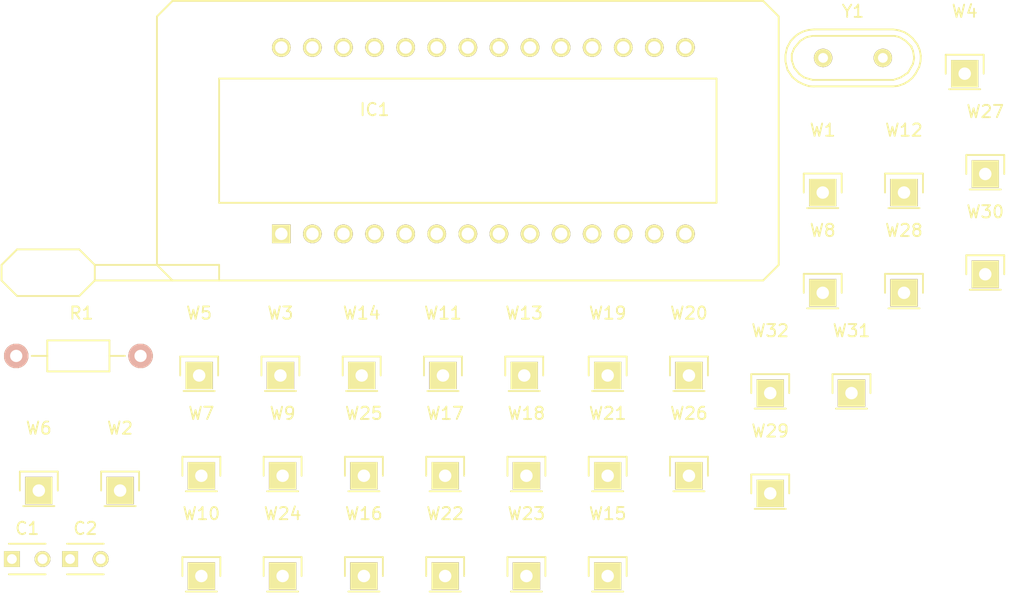
<source format=kicad_pcb>
(kicad_pcb (version 4) (host pcbnew 4.0.2-stable)

  (general
    (links 19)
    (no_connects 19)
    (area 0 0 0 0)
    (thickness 1.6)
    (drawings 0)
    (tracks 0)
    (zones 0)
    (modules 37)
    (nets 50)
  )

  (page A4)
  (layers
    (0 F.Cu signal)
    (31 B.Cu signal)
    (32 B.Adhes user)
    (33 F.Adhes user)
    (34 B.Paste user)
    (35 F.Paste user)
    (36 B.SilkS user)
    (37 F.SilkS user)
    (38 B.Mask user)
    (39 F.Mask user)
    (40 Dwgs.User user)
    (41 Cmts.User user)
    (42 Eco1.User user)
    (43 Eco2.User user)
    (44 Edge.Cuts user)
    (45 Margin user)
    (46 B.CrtYd user)
    (47 F.CrtYd user)
    (48 B.Fab user)
    (49 F.Fab user)
  )

  (setup
    (last_trace_width 0.25)
    (trace_clearance 0.2)
    (zone_clearance 0.508)
    (zone_45_only no)
    (trace_min 0.2)
    (segment_width 0.2)
    (edge_width 0.15)
    (via_size 0.6)
    (via_drill 0.4)
    (via_min_size 0.4)
    (via_min_drill 0.3)
    (uvia_size 0.3)
    (uvia_drill 0.1)
    (uvias_allowed no)
    (uvia_min_size 0.2)
    (uvia_min_drill 0.1)
    (pcb_text_width 0.3)
    (pcb_text_size 1.5 1.5)
    (mod_edge_width 0.15)
    (mod_text_size 1 1)
    (mod_text_width 0.15)
    (pad_size 1.524 1.524)
    (pad_drill 0.762)
    (pad_to_mask_clearance 0.2)
    (aux_axis_origin 0 0)
    (visible_elements FFFFFF7F)
    (pcbplotparams
      (layerselection 0x00030_80000001)
      (usegerberextensions false)
      (excludeedgelayer true)
      (linewidth 0.100000)
      (plotframeref false)
      (viasonmask false)
      (mode 1)
      (useauxorigin false)
      (hpglpennumber 1)
      (hpglpenspeed 20)
      (hpglpendiameter 15)
      (hpglpenoverlay 2)
      (psnegative false)
      (psa4output false)
      (plotreference true)
      (plotvalue true)
      (plotinvisibletext false)
      (padsonsilk false)
      (subtractmaskfromsilk false)
      (outputformat 1)
      (mirror false)
      (drillshape 1)
      (scaleselection 1)
      (outputdirectory ""))
  )

  (net 0 "")
  (net 1 GND)
  (net 2 "Net-(C1-Pad2)")
  (net 3 "Net-(C2-Pad1)")
  (net 4 10)
  (net 5 "Net-(IC1-Pad2)")
  (net 6 "Net-(IC1-Pad3)")
  (net 7 "Net-(IC1-Pad4)")
  (net 8 "Net-(IC1-Pad5)")
  (net 9 "Net-(IC1-Pad6)")
  (net 10 VCC)
  (net 11 "Net-(IC1-Pad11)")
  (net 12 "Net-(IC1-Pad12)")
  (net 13 "Net-(IC1-Pad13)")
  (net 14 "Net-(IC1-Pad14)")
  (net 15 "Net-(IC1-Pad15)")
  (net 16 "Net-(IC1-Pad16)")
  (net 17 11)
  (net 18 12)
  (net 19 13)
  (net 20 "Net-(IC1-Pad21)")
  (net 21 "Net-(IC1-Pad23)")
  (net 22 "Net-(IC1-Pad24)")
  (net 23 "Net-(IC1-Pad25)")
  (net 24 "Net-(IC1-Pad26)")
  (net 25 "Net-(IC1-Pad27)")
  (net 26 "Net-(IC1-Pad28)")
  (net 27 -)
  (net 28 IOREF)
  (net 29 REST)
  (net 30 3.3V)
  (net 31 5V)
  (net 32 VIN)
  (net 33 A0)
  (net 34 A1)
  (net 35 A2)
  (net 36 A3)
  (net 37 A4)
  (net 38 A5)
  (net 39 AREF)
  (net 40 9)
  (net 41 8)
  (net 42 7)
  (net 43 6)
  (net 44 5)
  (net 45 4)
  (net 46 3)
  (net 47 2)
  (net 48 1)
  (net 49 0)

  (net_class Default "This is the default net class."
    (clearance 0.2)
    (trace_width 0.25)
    (via_dia 0.6)
    (via_drill 0.4)
    (uvia_dia 0.3)
    (uvia_drill 0.1)
    (add_net -)
    (add_net 0)
    (add_net 1)
    (add_net 10)
    (add_net 11)
    (add_net 12)
    (add_net 13)
    (add_net 2)
    (add_net 3)
    (add_net 3.3V)
    (add_net 4)
    (add_net 5)
    (add_net 5V)
    (add_net 6)
    (add_net 7)
    (add_net 8)
    (add_net 9)
    (add_net A0)
    (add_net A1)
    (add_net A2)
    (add_net A3)
    (add_net A4)
    (add_net A5)
    (add_net AREF)
    (add_net GND)
    (add_net IOREF)
    (add_net "Net-(C1-Pad2)")
    (add_net "Net-(C2-Pad1)")
    (add_net "Net-(IC1-Pad11)")
    (add_net "Net-(IC1-Pad12)")
    (add_net "Net-(IC1-Pad13)")
    (add_net "Net-(IC1-Pad14)")
    (add_net "Net-(IC1-Pad15)")
    (add_net "Net-(IC1-Pad16)")
    (add_net "Net-(IC1-Pad2)")
    (add_net "Net-(IC1-Pad21)")
    (add_net "Net-(IC1-Pad23)")
    (add_net "Net-(IC1-Pad24)")
    (add_net "Net-(IC1-Pad25)")
    (add_net "Net-(IC1-Pad26)")
    (add_net "Net-(IC1-Pad27)")
    (add_net "Net-(IC1-Pad28)")
    (add_net "Net-(IC1-Pad3)")
    (add_net "Net-(IC1-Pad4)")
    (add_net "Net-(IC1-Pad5)")
    (add_net "Net-(IC1-Pad6)")
    (add_net REST)
    (add_net VCC)
    (add_net VIN)
  )

  (module Capacitors_ThroughHole:C_Disc_D3_P2.5 (layer F.Cu) (tedit 0) (tstamp 57B20C9B)
    (at 158.605001 117.035)
    (descr "Capacitor 3mm Disc, Pitch 2.5mm")
    (tags Capacitor)
    (path /57B0F137)
    (fp_text reference C1 (at 1.25 -2.5) (layer F.SilkS)
      (effects (font (size 1 1) (thickness 0.15)))
    )
    (fp_text value C (at 1.25 2.5) (layer F.Fab)
      (effects (font (size 1 1) (thickness 0.15)))
    )
    (fp_line (start -0.9 -1.5) (end 3.4 -1.5) (layer F.CrtYd) (width 0.05))
    (fp_line (start 3.4 -1.5) (end 3.4 1.5) (layer F.CrtYd) (width 0.05))
    (fp_line (start 3.4 1.5) (end -0.9 1.5) (layer F.CrtYd) (width 0.05))
    (fp_line (start -0.9 1.5) (end -0.9 -1.5) (layer F.CrtYd) (width 0.05))
    (fp_line (start -0.25 -1.25) (end 2.75 -1.25) (layer F.SilkS) (width 0.15))
    (fp_line (start 2.75 1.25) (end -0.25 1.25) (layer F.SilkS) (width 0.15))
    (pad 1 thru_hole rect (at 0 0) (size 1.3 1.3) (drill 0.8) (layers *.Cu *.Mask F.SilkS)
      (net 1 GND))
    (pad 2 thru_hole circle (at 2.5 0) (size 1.3 1.3) (drill 0.8001) (layers *.Cu *.Mask F.SilkS)
      (net 2 "Net-(C1-Pad2)"))
    (model Capacitors_ThroughHole.3dshapes/C_Disc_D3_P2.5.wrl
      (at (xyz 0.0492126 0 0))
      (scale (xyz 1 1 1))
      (rotate (xyz 0 0 0))
    )
  )

  (module Capacitors_ThroughHole:C_Disc_D3_P2.5 (layer F.Cu) (tedit 0) (tstamp 57B20CA7)
    (at 163.355001 117.035)
    (descr "Capacitor 3mm Disc, Pitch 2.5mm")
    (tags Capacitor)
    (path /57B0EEFC)
    (fp_text reference C2 (at 1.25 -2.5) (layer F.SilkS)
      (effects (font (size 1 1) (thickness 0.15)))
    )
    (fp_text value C (at 1.25 2.5) (layer F.Fab)
      (effects (font (size 1 1) (thickness 0.15)))
    )
    (fp_line (start -0.9 -1.5) (end 3.4 -1.5) (layer F.CrtYd) (width 0.05))
    (fp_line (start 3.4 -1.5) (end 3.4 1.5) (layer F.CrtYd) (width 0.05))
    (fp_line (start 3.4 1.5) (end -0.9 1.5) (layer F.CrtYd) (width 0.05))
    (fp_line (start -0.9 1.5) (end -0.9 -1.5) (layer F.CrtYd) (width 0.05))
    (fp_line (start -0.25 -1.25) (end 2.75 -1.25) (layer F.SilkS) (width 0.15))
    (fp_line (start 2.75 1.25) (end -0.25 1.25) (layer F.SilkS) (width 0.15))
    (pad 1 thru_hole rect (at 0 0) (size 1.3 1.3) (drill 0.8) (layers *.Cu *.Mask F.SilkS)
      (net 3 "Net-(C2-Pad1)"))
    (pad 2 thru_hole circle (at 2.5 0) (size 1.3 1.3) (drill 0.8001) (layers *.Cu *.Mask F.SilkS)
      (net 1 GND))
    (model Capacitors_ThroughHole.3dshapes/C_Disc_D3_P2.5.wrl
      (at (xyz 0.0492126 0 0))
      (scale (xyz 1 1 1))
      (rotate (xyz 0 0 0))
    )
  )

  (module ZIF:28tex600 (layer F.Cu) (tedit 57B20607) (tstamp 57B20CDE)
    (at 195.855001 84.095001)
    (descr "Support TEXTOOL Dil 28 pins, pads ronds, e=600 mils")
    (tags DEV)
    (path /57B0C60E)
    (fp_text reference IC1 (at -7.62 -3.81) (layer F.SilkS)
      (effects (font (size 1 1) (thickness 0.15)))
    )
    (fp_text value ATMEGA328P-P (at 8.89 0) (layer F.Fab)
      (effects (font (size 1 1) (thickness 0.15)))
    )
    (fp_line (start -31.75 11.43) (end -36.83 11.43) (layer F.SilkS) (width 0.15))
    (fp_line (start -31.75 7.62) (end -36.83 7.62) (layer F.SilkS) (width 0.15))
    (fp_line (start -20.32 3.81) (end 20.32 3.81) (layer F.SilkS) (width 0.15))
    (fp_line (start 20.32 3.81) (end 20.32 -6.35) (layer F.SilkS) (width 0.15))
    (fp_line (start 20.32 -6.35) (end -20.32 -6.35) (layer F.SilkS) (width 0.15))
    (fp_line (start -20.32 -6.35) (end -20.32 3.81) (layer F.SilkS) (width 0.15))
    (fp_line (start -30.48 8.89) (end -20.32 8.89) (layer F.SilkS) (width 0.15))
    (fp_line (start -20.32 8.89) (end -20.32 10.16) (layer F.SilkS) (width 0.15))
    (fp_line (start 25.4 -11.43) (end 24.13 -12.7) (layer F.SilkS) (width 0.15))
    (fp_line (start 24.13 -12.7) (end -24.13 -12.7) (layer F.SilkS) (width 0.15))
    (fp_line (start -24.13 -12.7) (end -25.4 -11.43) (layer F.SilkS) (width 0.15))
    (fp_line (start -25.4 -11.43) (end -25.4 8.89) (layer F.SilkS) (width 0.15))
    (fp_line (start -25.4 8.89) (end -24.13 10.16) (layer F.SilkS) (width 0.15))
    (fp_line (start -24.13 10.16) (end 24.13 10.16) (layer F.SilkS) (width 0.15))
    (fp_line (start 24.13 10.16) (end 25.4 8.89) (layer F.SilkS) (width 0.15))
    (fp_line (start 25.4 8.89) (end 25.4 -11.43) (layer F.SilkS) (width 0.15))
    (fp_line (start -30.48 10.16) (end -24.13 10.16) (layer F.SilkS) (width 0.15))
    (fp_line (start -30.48 10.16) (end -30.48 8.89) (layer F.SilkS) (width 0.15))
    (fp_line (start -30.48 8.89) (end -31.75 7.62) (layer F.SilkS) (width 0.15))
    (fp_line (start -36.83 7.62) (end -38.1 8.89) (layer F.SilkS) (width 0.15))
    (fp_line (start -38.1 8.89) (end -38.1 10.16) (layer F.SilkS) (width 0.15))
    (fp_line (start -38.1 10.16) (end -36.83 11.43) (layer F.SilkS) (width 0.15))
    (fp_line (start -31.75 11.43) (end -30.48 10.16) (layer F.SilkS) (width 0.15))
    (pad 1 thru_hole rect (at -15.24 6.35) (size 1.524 1.524) (drill 1.016) (layers *.Cu *.Mask F.SilkS)
      (net 4 10))
    (pad 2 thru_hole circle (at -12.7 6.35) (size 1.524 1.524) (drill 1.016) (layers *.Cu *.Mask F.SilkS)
      (net 5 "Net-(IC1-Pad2)"))
    (pad 3 thru_hole circle (at -10.16 6.35) (size 1.524 1.524) (drill 1.016) (layers *.Cu *.Mask F.SilkS)
      (net 6 "Net-(IC1-Pad3)"))
    (pad 4 thru_hole circle (at -7.62 6.35) (size 1.524 1.524) (drill 1.016) (layers *.Cu *.Mask F.SilkS)
      (net 7 "Net-(IC1-Pad4)"))
    (pad 5 thru_hole circle (at -5.08 6.35) (size 1.524 1.524) (drill 1.016) (layers *.Cu *.Mask F.SilkS)
      (net 8 "Net-(IC1-Pad5)"))
    (pad 6 thru_hole circle (at -2.54 6.35) (size 1.524 1.524) (drill 1.016) (layers *.Cu *.Mask F.SilkS)
      (net 9 "Net-(IC1-Pad6)"))
    (pad 7 thru_hole circle (at 0 6.35) (size 1.524 1.524) (drill 1.016) (layers *.Cu *.Mask F.SilkS)
      (net 10 VCC))
    (pad 8 thru_hole circle (at 2.54 6.35) (size 1.524 1.524) (drill 1.016) (layers *.Cu *.Mask F.SilkS)
      (net 1 GND))
    (pad 9 thru_hole circle (at 5.08 6.35) (size 1.524 1.524) (drill 1.016) (layers *.Cu *.Mask F.SilkS)
      (net 2 "Net-(C1-Pad2)"))
    (pad 10 thru_hole circle (at 7.62 6.35) (size 1.524 1.524) (drill 1.016) (layers *.Cu *.Mask F.SilkS)
      (net 3 "Net-(C2-Pad1)"))
    (pad 11 thru_hole circle (at 10.16 6.35) (size 1.524 1.524) (drill 1.016) (layers *.Cu *.Mask F.SilkS)
      (net 11 "Net-(IC1-Pad11)"))
    (pad 12 thru_hole circle (at 12.7 6.35) (size 1.524 1.524) (drill 1.016) (layers *.Cu *.Mask F.SilkS)
      (net 12 "Net-(IC1-Pad12)"))
    (pad 13 thru_hole circle (at 15.24 6.35) (size 1.524 1.524) (drill 1.016) (layers *.Cu *.Mask F.SilkS)
      (net 13 "Net-(IC1-Pad13)"))
    (pad 14 thru_hole circle (at 17.78 6.35) (size 1.524 1.524) (drill 1.016) (layers *.Cu *.Mask F.SilkS)
      (net 14 "Net-(IC1-Pad14)"))
    (pad 15 thru_hole circle (at 17.78 -8.89) (size 1.524 1.524) (drill 1.016) (layers *.Cu *.Mask F.SilkS)
      (net 15 "Net-(IC1-Pad15)"))
    (pad 16 thru_hole circle (at 15.24 -8.89) (size 1.524 1.524) (drill 1.016) (layers *.Cu *.Mask F.SilkS)
      (net 16 "Net-(IC1-Pad16)"))
    (pad 17 thru_hole circle (at 12.7 -8.89) (size 1.524 1.524) (drill 1.016) (layers *.Cu *.Mask F.SilkS)
      (net 17 11))
    (pad 18 thru_hole circle (at 10.16 -8.89) (size 1.524 1.524) (drill 1.016) (layers *.Cu *.Mask F.SilkS)
      (net 18 12))
    (pad 19 thru_hole circle (at 7.62 -8.89) (size 1.524 1.524) (drill 1.016) (layers *.Cu *.Mask F.SilkS)
      (net 19 13))
    (pad 20 thru_hole circle (at 5.08 -8.89) (size 1.524 1.524) (drill 1.016) (layers *.Cu *.Mask F.SilkS)
      (net 10 VCC))
    (pad 21 thru_hole circle (at 2.54 -8.89) (size 1.524 1.524) (drill 1.016) (layers *.Cu *.Mask F.SilkS)
      (net 20 "Net-(IC1-Pad21)"))
    (pad 22 thru_hole circle (at 0 -8.89) (size 1.524 1.524) (drill 1.016) (layers *.Cu *.Mask F.SilkS)
      (net 1 GND))
    (pad 23 thru_hole circle (at -2.54 -8.89) (size 1.524 1.524) (drill 1.016) (layers *.Cu *.Mask F.SilkS)
      (net 21 "Net-(IC1-Pad23)"))
    (pad 24 thru_hole circle (at -5.08 -8.89) (size 1.524 1.524) (drill 1.016) (layers *.Cu *.Mask F.SilkS)
      (net 22 "Net-(IC1-Pad24)"))
    (pad 25 thru_hole circle (at -7.62 -8.89) (size 1.524 1.524) (drill 1.016) (layers *.Cu *.Mask F.SilkS)
      (net 23 "Net-(IC1-Pad25)"))
    (pad 26 thru_hole circle (at -10.16 -8.89) (size 1.524 1.524) (drill 1.016) (layers *.Cu *.Mask F.SilkS)
      (net 24 "Net-(IC1-Pad26)"))
    (pad 27 thru_hole circle (at -12.7 -8.89) (size 1.524 1.524) (drill 1.016) (layers *.Cu *.Mask F.SilkS)
      (net 25 "Net-(IC1-Pad27)"))
    (pad 28 thru_hole circle (at -15.24 -8.89) (size 1.524 1.524) (drill 1.016) (layers *.Cu *.Mask F.SilkS)
      (net 26 "Net-(IC1-Pad28)"))
  )

  (module Resistors_ThroughHole:Resistor_Horizontal_RM10mm (layer F.Cu) (tedit 56648415) (tstamp 57B20CEE)
    (at 158.955001 100.42512)
    (descr "Resistor, Axial,  RM 10mm, 1/3W")
    (tags "Resistor Axial RM 10mm 1/3W")
    (path /57B0C849)
    (fp_text reference R1 (at 5.32892 -3.50012) (layer F.SilkS)
      (effects (font (size 1 1) (thickness 0.15)))
    )
    (fp_text value R (at 5.08 3.81) (layer F.Fab)
      (effects (font (size 1 1) (thickness 0.15)))
    )
    (fp_line (start -1.25 -1.5) (end 11.4 -1.5) (layer F.CrtYd) (width 0.05))
    (fp_line (start -1.25 1.5) (end -1.25 -1.5) (layer F.CrtYd) (width 0.05))
    (fp_line (start 11.4 -1.5) (end 11.4 1.5) (layer F.CrtYd) (width 0.05))
    (fp_line (start -1.25 1.5) (end 11.4 1.5) (layer F.CrtYd) (width 0.05))
    (fp_line (start 2.54 -1.27) (end 7.62 -1.27) (layer F.SilkS) (width 0.15))
    (fp_line (start 7.62 -1.27) (end 7.62 1.27) (layer F.SilkS) (width 0.15))
    (fp_line (start 7.62 1.27) (end 2.54 1.27) (layer F.SilkS) (width 0.15))
    (fp_line (start 2.54 1.27) (end 2.54 -1.27) (layer F.SilkS) (width 0.15))
    (fp_line (start 2.54 0) (end 1.27 0) (layer F.SilkS) (width 0.15))
    (fp_line (start 7.62 0) (end 8.89 0) (layer F.SilkS) (width 0.15))
    (pad 1 thru_hole circle (at 0 0) (size 1.99898 1.99898) (drill 1.00076) (layers *.Cu *.SilkS *.Mask)
      (net 4 10))
    (pad 2 thru_hole circle (at 10.16 0) (size 1.99898 1.99898) (drill 1.00076) (layers *.Cu *.SilkS *.Mask)
      (net 10 VCC))
    (model Resistors_ThroughHole.3dshapes/Resistor_Horizontal_RM10mm.wrl
      (at (xyz 0.2 0 0))
      (scale (xyz 0.4 0.4 0.4))
      (rotate (xyz 0 0 0))
    )
  )

  (module Pin_Headers:Pin_Header_Straight_1x01 (layer F.Cu) (tedit 54EA08DC) (tstamp 57B20CFB)
    (at 224.852619 87.065)
    (descr "Through hole pin header")
    (tags "pin header")
    (path /57B1F158)
    (fp_text reference W1 (at 0 -5.1) (layer F.SilkS)
      (effects (font (size 1 1) (thickness 0.15)))
    )
    (fp_text value TEST_1P (at 0 -3.1) (layer F.Fab)
      (effects (font (size 1 1) (thickness 0.15)))
    )
    (fp_line (start 1.55 -1.55) (end 1.55 0) (layer F.SilkS) (width 0.15))
    (fp_line (start -1.75 -1.75) (end -1.75 1.75) (layer F.CrtYd) (width 0.05))
    (fp_line (start 1.75 -1.75) (end 1.75 1.75) (layer F.CrtYd) (width 0.05))
    (fp_line (start -1.75 -1.75) (end 1.75 -1.75) (layer F.CrtYd) (width 0.05))
    (fp_line (start -1.75 1.75) (end 1.75 1.75) (layer F.CrtYd) (width 0.05))
    (fp_line (start -1.55 0) (end -1.55 -1.55) (layer F.SilkS) (width 0.15))
    (fp_line (start -1.55 -1.55) (end 1.55 -1.55) (layer F.SilkS) (width 0.15))
    (fp_line (start -1.27 1.27) (end 1.27 1.27) (layer F.SilkS) (width 0.15))
    (pad 1 thru_hole rect (at 0 0) (size 2.2352 2.2352) (drill 1.016) (layers *.Cu *.Mask F.SilkS)
      (net 27 -))
    (model Pin_Headers.3dshapes/Pin_Header_Straight_1x01.wrl
      (at (xyz 0 0 0))
      (scale (xyz 1 1 1))
      (rotate (xyz 0 0 90))
    )
  )

  (module Pin_Headers:Pin_Header_Straight_1x01 (layer F.Cu) (tedit 54EA08DC) (tstamp 57B20D08)
    (at 167.442619 111.435)
    (descr "Through hole pin header")
    (tags "pin header")
    (path /57B1F152)
    (fp_text reference W2 (at 0 -5.1) (layer F.SilkS)
      (effects (font (size 1 1) (thickness 0.15)))
    )
    (fp_text value TEST_1P (at 0 -3.1) (layer F.Fab)
      (effects (font (size 1 1) (thickness 0.15)))
    )
    (fp_line (start 1.55 -1.55) (end 1.55 0) (layer F.SilkS) (width 0.15))
    (fp_line (start -1.75 -1.75) (end -1.75 1.75) (layer F.CrtYd) (width 0.05))
    (fp_line (start 1.75 -1.75) (end 1.75 1.75) (layer F.CrtYd) (width 0.05))
    (fp_line (start -1.75 -1.75) (end 1.75 -1.75) (layer F.CrtYd) (width 0.05))
    (fp_line (start -1.75 1.75) (end 1.75 1.75) (layer F.CrtYd) (width 0.05))
    (fp_line (start -1.55 0) (end -1.55 -1.55) (layer F.SilkS) (width 0.15))
    (fp_line (start -1.55 -1.55) (end 1.55 -1.55) (layer F.SilkS) (width 0.15))
    (fp_line (start -1.27 1.27) (end 1.27 1.27) (layer F.SilkS) (width 0.15))
    (pad 1 thru_hole rect (at 0 0) (size 2.2352 2.2352) (drill 1.016) (layers *.Cu *.Mask F.SilkS)
      (net 28 IOREF))
    (model Pin_Headers.3dshapes/Pin_Header_Straight_1x01.wrl
      (at (xyz 0 0 0))
      (scale (xyz 1 1 1))
      (rotate (xyz 0 0 90))
    )
  )

  (module Pin_Headers:Pin_Header_Straight_1x01 (layer F.Cu) (tedit 54EA08DC) (tstamp 57B20D15)
    (at 180.542619 102.025)
    (descr "Through hole pin header")
    (tags "pin header")
    (path /57B1F14A)
    (fp_text reference W3 (at 0 -5.1) (layer F.SilkS)
      (effects (font (size 1 1) (thickness 0.15)))
    )
    (fp_text value TEST_1P (at 0 -3.1) (layer F.Fab)
      (effects (font (size 1 1) (thickness 0.15)))
    )
    (fp_line (start 1.55 -1.55) (end 1.55 0) (layer F.SilkS) (width 0.15))
    (fp_line (start -1.75 -1.75) (end -1.75 1.75) (layer F.CrtYd) (width 0.05))
    (fp_line (start 1.75 -1.75) (end 1.75 1.75) (layer F.CrtYd) (width 0.05))
    (fp_line (start -1.75 -1.75) (end 1.75 -1.75) (layer F.CrtYd) (width 0.05))
    (fp_line (start -1.75 1.75) (end 1.75 1.75) (layer F.CrtYd) (width 0.05))
    (fp_line (start -1.55 0) (end -1.55 -1.55) (layer F.SilkS) (width 0.15))
    (fp_line (start -1.55 -1.55) (end 1.55 -1.55) (layer F.SilkS) (width 0.15))
    (fp_line (start -1.27 1.27) (end 1.27 1.27) (layer F.SilkS) (width 0.15))
    (pad 1 thru_hole rect (at 0 0) (size 2.2352 2.2352) (drill 1.016) (layers *.Cu *.Mask F.SilkS)
      (net 29 REST))
    (model Pin_Headers.3dshapes/Pin_Header_Straight_1x01.wrl
      (at (xyz 0 0 0))
      (scale (xyz 1 1 1))
      (rotate (xyz 0 0 90))
    )
  )

  (module Pin_Headers:Pin_Header_Straight_1x01 (layer F.Cu) (tedit 54EA08DC) (tstamp 57B20D22)
    (at 236.452619 77.345)
    (descr "Through hole pin header")
    (tags "pin header")
    (path /57B1F144)
    (fp_text reference W4 (at 0 -5.1) (layer F.SilkS)
      (effects (font (size 1 1) (thickness 0.15)))
    )
    (fp_text value TEST_1P (at 0 -3.1) (layer F.Fab)
      (effects (font (size 1 1) (thickness 0.15)))
    )
    (fp_line (start 1.55 -1.55) (end 1.55 0) (layer F.SilkS) (width 0.15))
    (fp_line (start -1.75 -1.75) (end -1.75 1.75) (layer F.CrtYd) (width 0.05))
    (fp_line (start 1.75 -1.75) (end 1.75 1.75) (layer F.CrtYd) (width 0.05))
    (fp_line (start -1.75 -1.75) (end 1.75 -1.75) (layer F.CrtYd) (width 0.05))
    (fp_line (start -1.75 1.75) (end 1.75 1.75) (layer F.CrtYd) (width 0.05))
    (fp_line (start -1.55 0) (end -1.55 -1.55) (layer F.SilkS) (width 0.15))
    (fp_line (start -1.55 -1.55) (end 1.55 -1.55) (layer F.SilkS) (width 0.15))
    (fp_line (start -1.27 1.27) (end 1.27 1.27) (layer F.SilkS) (width 0.15))
    (pad 1 thru_hole rect (at 0 0) (size 2.2352 2.2352) (drill 1.016) (layers *.Cu *.Mask F.SilkS)
      (net 30 3.3V))
    (model Pin_Headers.3dshapes/Pin_Header_Straight_1x01.wrl
      (at (xyz 0 0 0))
      (scale (xyz 1 1 1))
      (rotate (xyz 0 0 90))
    )
  )

  (module Pin_Headers:Pin_Header_Straight_1x01 (layer F.Cu) (tedit 54EA08DC) (tstamp 57B20D2F)
    (at 173.902619 102.025)
    (descr "Through hole pin header")
    (tags "pin header")
    (path /57B1F13C)
    (fp_text reference W5 (at 0 -5.1) (layer F.SilkS)
      (effects (font (size 1 1) (thickness 0.15)))
    )
    (fp_text value TEST_1P (at 0 -3.1) (layer F.Fab)
      (effects (font (size 1 1) (thickness 0.15)))
    )
    (fp_line (start 1.55 -1.55) (end 1.55 0) (layer F.SilkS) (width 0.15))
    (fp_line (start -1.75 -1.75) (end -1.75 1.75) (layer F.CrtYd) (width 0.05))
    (fp_line (start 1.75 -1.75) (end 1.75 1.75) (layer F.CrtYd) (width 0.05))
    (fp_line (start -1.75 -1.75) (end 1.75 -1.75) (layer F.CrtYd) (width 0.05))
    (fp_line (start -1.75 1.75) (end 1.75 1.75) (layer F.CrtYd) (width 0.05))
    (fp_line (start -1.55 0) (end -1.55 -1.55) (layer F.SilkS) (width 0.15))
    (fp_line (start -1.55 -1.55) (end 1.55 -1.55) (layer F.SilkS) (width 0.15))
    (fp_line (start -1.27 1.27) (end 1.27 1.27) (layer F.SilkS) (width 0.15))
    (pad 1 thru_hole rect (at 0 0) (size 2.2352 2.2352) (drill 1.016) (layers *.Cu *.Mask F.SilkS)
      (net 31 5V))
    (model Pin_Headers.3dshapes/Pin_Header_Straight_1x01.wrl
      (at (xyz 0 0 0))
      (scale (xyz 1 1 1))
      (rotate (xyz 0 0 90))
    )
  )

  (module Pin_Headers:Pin_Header_Straight_1x01 (layer F.Cu) (tedit 54EA08DC) (tstamp 57B20D3C)
    (at 160.802619 111.435)
    (descr "Through hole pin header")
    (tags "pin header")
    (path /57B1F136)
    (fp_text reference W6 (at 0 -5.1) (layer F.SilkS)
      (effects (font (size 1 1) (thickness 0.15)))
    )
    (fp_text value TEST_1P (at 0 -3.1) (layer F.Fab)
      (effects (font (size 1 1) (thickness 0.15)))
    )
    (fp_line (start 1.55 -1.55) (end 1.55 0) (layer F.SilkS) (width 0.15))
    (fp_line (start -1.75 -1.75) (end -1.75 1.75) (layer F.CrtYd) (width 0.05))
    (fp_line (start 1.75 -1.75) (end 1.75 1.75) (layer F.CrtYd) (width 0.05))
    (fp_line (start -1.75 -1.75) (end 1.75 -1.75) (layer F.CrtYd) (width 0.05))
    (fp_line (start -1.75 1.75) (end 1.75 1.75) (layer F.CrtYd) (width 0.05))
    (fp_line (start -1.55 0) (end -1.55 -1.55) (layer F.SilkS) (width 0.15))
    (fp_line (start -1.55 -1.55) (end 1.55 -1.55) (layer F.SilkS) (width 0.15))
    (fp_line (start -1.27 1.27) (end 1.27 1.27) (layer F.SilkS) (width 0.15))
    (pad 1 thru_hole rect (at 0 0) (size 2.2352 2.2352) (drill 1.016) (layers *.Cu *.Mask F.SilkS)
      (net 1 GND))
    (model Pin_Headers.3dshapes/Pin_Header_Straight_1x01.wrl
      (at (xyz 0 0 0))
      (scale (xyz 1 1 1))
      (rotate (xyz 0 0 90))
    )
  )

  (module Pin_Headers:Pin_Header_Straight_1x01 (layer F.Cu) (tedit 54EA08DC) (tstamp 57B20D49)
    (at 174.082619 110.225)
    (descr "Through hole pin header")
    (tags "pin header")
    (path /57B1F12E)
    (fp_text reference W7 (at 0 -5.1) (layer F.SilkS)
      (effects (font (size 1 1) (thickness 0.15)))
    )
    (fp_text value TEST_1P (at 0 -3.1) (layer F.Fab)
      (effects (font (size 1 1) (thickness 0.15)))
    )
    (fp_line (start 1.55 -1.55) (end 1.55 0) (layer F.SilkS) (width 0.15))
    (fp_line (start -1.75 -1.75) (end -1.75 1.75) (layer F.CrtYd) (width 0.05))
    (fp_line (start 1.75 -1.75) (end 1.75 1.75) (layer F.CrtYd) (width 0.05))
    (fp_line (start -1.75 -1.75) (end 1.75 -1.75) (layer F.CrtYd) (width 0.05))
    (fp_line (start -1.75 1.75) (end 1.75 1.75) (layer F.CrtYd) (width 0.05))
    (fp_line (start -1.55 0) (end -1.55 -1.55) (layer F.SilkS) (width 0.15))
    (fp_line (start -1.55 -1.55) (end 1.55 -1.55) (layer F.SilkS) (width 0.15))
    (fp_line (start -1.27 1.27) (end 1.27 1.27) (layer F.SilkS) (width 0.15))
    (pad 1 thru_hole rect (at 0 0) (size 2.2352 2.2352) (drill 1.016) (layers *.Cu *.Mask F.SilkS)
      (net 1 GND))
    (model Pin_Headers.3dshapes/Pin_Header_Straight_1x01.wrl
      (at (xyz 0 0 0))
      (scale (xyz 1 1 1))
      (rotate (xyz 0 0 90))
    )
  )

  (module Pin_Headers:Pin_Header_Straight_1x01 (layer F.Cu) (tedit 54EA08DC) (tstamp 57B20D56)
    (at 224.852619 95.265)
    (descr "Through hole pin header")
    (tags "pin header")
    (path /57B1F128)
    (fp_text reference W8 (at 0 -5.1) (layer F.SilkS)
      (effects (font (size 1 1) (thickness 0.15)))
    )
    (fp_text value TEST_1P (at 0 -3.1) (layer F.Fab)
      (effects (font (size 1 1) (thickness 0.15)))
    )
    (fp_line (start 1.55 -1.55) (end 1.55 0) (layer F.SilkS) (width 0.15))
    (fp_line (start -1.75 -1.75) (end -1.75 1.75) (layer F.CrtYd) (width 0.05))
    (fp_line (start 1.75 -1.75) (end 1.75 1.75) (layer F.CrtYd) (width 0.05))
    (fp_line (start -1.75 -1.75) (end 1.75 -1.75) (layer F.CrtYd) (width 0.05))
    (fp_line (start -1.75 1.75) (end 1.75 1.75) (layer F.CrtYd) (width 0.05))
    (fp_line (start -1.55 0) (end -1.55 -1.55) (layer F.SilkS) (width 0.15))
    (fp_line (start -1.55 -1.55) (end 1.55 -1.55) (layer F.SilkS) (width 0.15))
    (fp_line (start -1.27 1.27) (end 1.27 1.27) (layer F.SilkS) (width 0.15))
    (pad 1 thru_hole rect (at 0 0) (size 2.2352 2.2352) (drill 1.016) (layers *.Cu *.Mask F.SilkS)
      (net 32 VIN))
    (model Pin_Headers.3dshapes/Pin_Header_Straight_1x01.wrl
      (at (xyz 0 0 0))
      (scale (xyz 1 1 1))
      (rotate (xyz 0 0 90))
    )
  )

  (module Pin_Headers:Pin_Header_Straight_1x01 (layer F.Cu) (tedit 54EA08DC) (tstamp 57B20D63)
    (at 180.722619 110.225)
    (descr "Through hole pin header")
    (tags "pin header")
    (path /57B1F120)
    (fp_text reference W9 (at 0 -5.1) (layer F.SilkS)
      (effects (font (size 1 1) (thickness 0.15)))
    )
    (fp_text value TEST_1P (at 0 -3.1) (layer F.Fab)
      (effects (font (size 1 1) (thickness 0.15)))
    )
    (fp_line (start 1.55 -1.55) (end 1.55 0) (layer F.SilkS) (width 0.15))
    (fp_line (start -1.75 -1.75) (end -1.75 1.75) (layer F.CrtYd) (width 0.05))
    (fp_line (start 1.75 -1.75) (end 1.75 1.75) (layer F.CrtYd) (width 0.05))
    (fp_line (start -1.75 -1.75) (end 1.75 -1.75) (layer F.CrtYd) (width 0.05))
    (fp_line (start -1.75 1.75) (end 1.75 1.75) (layer F.CrtYd) (width 0.05))
    (fp_line (start -1.55 0) (end -1.55 -1.55) (layer F.SilkS) (width 0.15))
    (fp_line (start -1.55 -1.55) (end 1.55 -1.55) (layer F.SilkS) (width 0.15))
    (fp_line (start -1.27 1.27) (end 1.27 1.27) (layer F.SilkS) (width 0.15))
    (pad 1 thru_hole rect (at 0 0) (size 2.2352 2.2352) (drill 1.016) (layers *.Cu *.Mask F.SilkS)
      (net 33 A0))
    (model Pin_Headers.3dshapes/Pin_Header_Straight_1x01.wrl
      (at (xyz 0 0 0))
      (scale (xyz 1 1 1))
      (rotate (xyz 0 0 90))
    )
  )

  (module Pin_Headers:Pin_Header_Straight_1x01 (layer F.Cu) (tedit 54EA08DC) (tstamp 57B20D70)
    (at 174.082619 118.425)
    (descr "Through hole pin header")
    (tags "pin header")
    (path /57B1F11A)
    (fp_text reference W10 (at 0 -5.1) (layer F.SilkS)
      (effects (font (size 1 1) (thickness 0.15)))
    )
    (fp_text value TEST_1P (at 0 -3.1) (layer F.Fab)
      (effects (font (size 1 1) (thickness 0.15)))
    )
    (fp_line (start 1.55 -1.55) (end 1.55 0) (layer F.SilkS) (width 0.15))
    (fp_line (start -1.75 -1.75) (end -1.75 1.75) (layer F.CrtYd) (width 0.05))
    (fp_line (start 1.75 -1.75) (end 1.75 1.75) (layer F.CrtYd) (width 0.05))
    (fp_line (start -1.75 -1.75) (end 1.75 -1.75) (layer F.CrtYd) (width 0.05))
    (fp_line (start -1.75 1.75) (end 1.75 1.75) (layer F.CrtYd) (width 0.05))
    (fp_line (start -1.55 0) (end -1.55 -1.55) (layer F.SilkS) (width 0.15))
    (fp_line (start -1.55 -1.55) (end 1.55 -1.55) (layer F.SilkS) (width 0.15))
    (fp_line (start -1.27 1.27) (end 1.27 1.27) (layer F.SilkS) (width 0.15))
    (pad 1 thru_hole rect (at 0 0) (size 2.2352 2.2352) (drill 1.016) (layers *.Cu *.Mask F.SilkS)
      (net 34 A1))
    (model Pin_Headers.3dshapes/Pin_Header_Straight_1x01.wrl
      (at (xyz 0 0 0))
      (scale (xyz 1 1 1))
      (rotate (xyz 0 0 90))
    )
  )

  (module Pin_Headers:Pin_Header_Straight_1x01 (layer F.Cu) (tedit 54EA08DC) (tstamp 57B20D7D)
    (at 193.822619 102.025)
    (descr "Through hole pin header")
    (tags "pin header")
    (path /57B1F112)
    (fp_text reference W11 (at 0 -5.1) (layer F.SilkS)
      (effects (font (size 1 1) (thickness 0.15)))
    )
    (fp_text value TEST_1P (at 0 -3.1) (layer F.Fab)
      (effects (font (size 1 1) (thickness 0.15)))
    )
    (fp_line (start 1.55 -1.55) (end 1.55 0) (layer F.SilkS) (width 0.15))
    (fp_line (start -1.75 -1.75) (end -1.75 1.75) (layer F.CrtYd) (width 0.05))
    (fp_line (start 1.75 -1.75) (end 1.75 1.75) (layer F.CrtYd) (width 0.05))
    (fp_line (start -1.75 -1.75) (end 1.75 -1.75) (layer F.CrtYd) (width 0.05))
    (fp_line (start -1.75 1.75) (end 1.75 1.75) (layer F.CrtYd) (width 0.05))
    (fp_line (start -1.55 0) (end -1.55 -1.55) (layer F.SilkS) (width 0.15))
    (fp_line (start -1.55 -1.55) (end 1.55 -1.55) (layer F.SilkS) (width 0.15))
    (fp_line (start -1.27 1.27) (end 1.27 1.27) (layer F.SilkS) (width 0.15))
    (pad 1 thru_hole rect (at 0 0) (size 2.2352 2.2352) (drill 1.016) (layers *.Cu *.Mask F.SilkS)
      (net 35 A2))
    (model Pin_Headers.3dshapes/Pin_Header_Straight_1x01.wrl
      (at (xyz 0 0 0))
      (scale (xyz 1 1 1))
      (rotate (xyz 0 0 90))
    )
  )

  (module Pin_Headers:Pin_Header_Straight_1x01 (layer F.Cu) (tedit 54EA08DC) (tstamp 57B20D8A)
    (at 231.492619 87.065)
    (descr "Through hole pin header")
    (tags "pin header")
    (path /57B1F10C)
    (fp_text reference W12 (at 0 -5.1) (layer F.SilkS)
      (effects (font (size 1 1) (thickness 0.15)))
    )
    (fp_text value TEST_1P (at 0 -3.1) (layer F.Fab)
      (effects (font (size 1 1) (thickness 0.15)))
    )
    (fp_line (start 1.55 -1.55) (end 1.55 0) (layer F.SilkS) (width 0.15))
    (fp_line (start -1.75 -1.75) (end -1.75 1.75) (layer F.CrtYd) (width 0.05))
    (fp_line (start 1.75 -1.75) (end 1.75 1.75) (layer F.CrtYd) (width 0.05))
    (fp_line (start -1.75 -1.75) (end 1.75 -1.75) (layer F.CrtYd) (width 0.05))
    (fp_line (start -1.75 1.75) (end 1.75 1.75) (layer F.CrtYd) (width 0.05))
    (fp_line (start -1.55 0) (end -1.55 -1.55) (layer F.SilkS) (width 0.15))
    (fp_line (start -1.55 -1.55) (end 1.55 -1.55) (layer F.SilkS) (width 0.15))
    (fp_line (start -1.27 1.27) (end 1.27 1.27) (layer F.SilkS) (width 0.15))
    (pad 1 thru_hole rect (at 0 0) (size 2.2352 2.2352) (drill 1.016) (layers *.Cu *.Mask F.SilkS)
      (net 36 A3))
    (model Pin_Headers.3dshapes/Pin_Header_Straight_1x01.wrl
      (at (xyz 0 0 0))
      (scale (xyz 1 1 1))
      (rotate (xyz 0 0 90))
    )
  )

  (module Pin_Headers:Pin_Header_Straight_1x01 (layer F.Cu) (tedit 54EA08DC) (tstamp 57B20D97)
    (at 200.462619 102.025)
    (descr "Through hole pin header")
    (tags "pin header")
    (path /57B1F104)
    (fp_text reference W13 (at 0 -5.1) (layer F.SilkS)
      (effects (font (size 1 1) (thickness 0.15)))
    )
    (fp_text value TEST_1P (at 0 -3.1) (layer F.Fab)
      (effects (font (size 1 1) (thickness 0.15)))
    )
    (fp_line (start 1.55 -1.55) (end 1.55 0) (layer F.SilkS) (width 0.15))
    (fp_line (start -1.75 -1.75) (end -1.75 1.75) (layer F.CrtYd) (width 0.05))
    (fp_line (start 1.75 -1.75) (end 1.75 1.75) (layer F.CrtYd) (width 0.05))
    (fp_line (start -1.75 -1.75) (end 1.75 -1.75) (layer F.CrtYd) (width 0.05))
    (fp_line (start -1.75 1.75) (end 1.75 1.75) (layer F.CrtYd) (width 0.05))
    (fp_line (start -1.55 0) (end -1.55 -1.55) (layer F.SilkS) (width 0.15))
    (fp_line (start -1.55 -1.55) (end 1.55 -1.55) (layer F.SilkS) (width 0.15))
    (fp_line (start -1.27 1.27) (end 1.27 1.27) (layer F.SilkS) (width 0.15))
    (pad 1 thru_hole rect (at 0 0) (size 2.2352 2.2352) (drill 1.016) (layers *.Cu *.Mask F.SilkS)
      (net 37 A4))
    (model Pin_Headers.3dshapes/Pin_Header_Straight_1x01.wrl
      (at (xyz 0 0 0))
      (scale (xyz 1 1 1))
      (rotate (xyz 0 0 90))
    )
  )

  (module Pin_Headers:Pin_Header_Straight_1x01 (layer F.Cu) (tedit 54EA08DC) (tstamp 57B20DA4)
    (at 187.182619 102.025)
    (descr "Through hole pin header")
    (tags "pin header")
    (path /57B1F0FE)
    (fp_text reference W14 (at 0 -5.1) (layer F.SilkS)
      (effects (font (size 1 1) (thickness 0.15)))
    )
    (fp_text value TEST_1P (at 0 -3.1) (layer F.Fab)
      (effects (font (size 1 1) (thickness 0.15)))
    )
    (fp_line (start 1.55 -1.55) (end 1.55 0) (layer F.SilkS) (width 0.15))
    (fp_line (start -1.75 -1.75) (end -1.75 1.75) (layer F.CrtYd) (width 0.05))
    (fp_line (start 1.75 -1.75) (end 1.75 1.75) (layer F.CrtYd) (width 0.05))
    (fp_line (start -1.75 -1.75) (end 1.75 -1.75) (layer F.CrtYd) (width 0.05))
    (fp_line (start -1.75 1.75) (end 1.75 1.75) (layer F.CrtYd) (width 0.05))
    (fp_line (start -1.55 0) (end -1.55 -1.55) (layer F.SilkS) (width 0.15))
    (fp_line (start -1.55 -1.55) (end 1.55 -1.55) (layer F.SilkS) (width 0.15))
    (fp_line (start -1.27 1.27) (end 1.27 1.27) (layer F.SilkS) (width 0.15))
    (pad 1 thru_hole rect (at 0 0) (size 2.2352 2.2352) (drill 1.016) (layers *.Cu *.Mask F.SilkS)
      (net 38 A5))
    (model Pin_Headers.3dshapes/Pin_Header_Straight_1x01.wrl
      (at (xyz 0 0 0))
      (scale (xyz 1 1 1))
      (rotate (xyz 0 0 90))
    )
  )

  (module Pin_Headers:Pin_Header_Straight_1x01 (layer F.Cu) (tedit 54EA08DC) (tstamp 57B20DB1)
    (at 207.282619 118.425)
    (descr "Through hole pin header")
    (tags "pin header")
    (path /57B1E535)
    (fp_text reference W15 (at 0 -5.1) (layer F.SilkS)
      (effects (font (size 1 1) (thickness 0.15)))
    )
    (fp_text value TEST_1P (at 0 -3.1) (layer F.Fab)
      (effects (font (size 1 1) (thickness 0.15)))
    )
    (fp_line (start 1.55 -1.55) (end 1.55 0) (layer F.SilkS) (width 0.15))
    (fp_line (start -1.75 -1.75) (end -1.75 1.75) (layer F.CrtYd) (width 0.05))
    (fp_line (start 1.75 -1.75) (end 1.75 1.75) (layer F.CrtYd) (width 0.05))
    (fp_line (start -1.75 -1.75) (end 1.75 -1.75) (layer F.CrtYd) (width 0.05))
    (fp_line (start -1.75 1.75) (end 1.75 1.75) (layer F.CrtYd) (width 0.05))
    (fp_line (start -1.55 0) (end -1.55 -1.55) (layer F.SilkS) (width 0.15))
    (fp_line (start -1.55 -1.55) (end 1.55 -1.55) (layer F.SilkS) (width 0.15))
    (fp_line (start -1.27 1.27) (end 1.27 1.27) (layer F.SilkS) (width 0.15))
    (pad 1 thru_hole rect (at 0 0) (size 2.2352 2.2352) (drill 1.016) (layers *.Cu *.Mask F.SilkS)
      (net 38 A5))
    (model Pin_Headers.3dshapes/Pin_Header_Straight_1x01.wrl
      (at (xyz 0 0 0))
      (scale (xyz 1 1 1))
      (rotate (xyz 0 0 90))
    )
  )

  (module Pin_Headers:Pin_Header_Straight_1x01 (layer F.Cu) (tedit 54EA08DC) (tstamp 57B20DBE)
    (at 187.362619 118.425)
    (descr "Through hole pin header")
    (tags "pin header")
    (path /57B1E5F0)
    (fp_text reference W16 (at 0 -5.1) (layer F.SilkS)
      (effects (font (size 1 1) (thickness 0.15)))
    )
    (fp_text value TEST_1P (at 0 -3.1) (layer F.Fab)
      (effects (font (size 1 1) (thickness 0.15)))
    )
    (fp_line (start 1.55 -1.55) (end 1.55 0) (layer F.SilkS) (width 0.15))
    (fp_line (start -1.75 -1.75) (end -1.75 1.75) (layer F.CrtYd) (width 0.05))
    (fp_line (start 1.75 -1.75) (end 1.75 1.75) (layer F.CrtYd) (width 0.05))
    (fp_line (start -1.75 -1.75) (end 1.75 -1.75) (layer F.CrtYd) (width 0.05))
    (fp_line (start -1.75 1.75) (end 1.75 1.75) (layer F.CrtYd) (width 0.05))
    (fp_line (start -1.55 0) (end -1.55 -1.55) (layer F.SilkS) (width 0.15))
    (fp_line (start -1.55 -1.55) (end 1.55 -1.55) (layer F.SilkS) (width 0.15))
    (fp_line (start -1.27 1.27) (end 1.27 1.27) (layer F.SilkS) (width 0.15))
    (pad 1 thru_hole rect (at 0 0) (size 2.2352 2.2352) (drill 1.016) (layers *.Cu *.Mask F.SilkS)
      (net 37 A4))
    (model Pin_Headers.3dshapes/Pin_Header_Straight_1x01.wrl
      (at (xyz 0 0 0))
      (scale (xyz 1 1 1))
      (rotate (xyz 0 0 90))
    )
  )

  (module Pin_Headers:Pin_Header_Straight_1x01 (layer F.Cu) (tedit 54EA08DC) (tstamp 57B20DCB)
    (at 194.002619 110.225)
    (descr "Through hole pin header")
    (tags "pin header")
    (path /57B1E783)
    (fp_text reference W17 (at 0 -5.1) (layer F.SilkS)
      (effects (font (size 1 1) (thickness 0.15)))
    )
    (fp_text value TEST_1P (at 0 -3.1) (layer F.Fab)
      (effects (font (size 1 1) (thickness 0.15)))
    )
    (fp_line (start 1.55 -1.55) (end 1.55 0) (layer F.SilkS) (width 0.15))
    (fp_line (start -1.75 -1.75) (end -1.75 1.75) (layer F.CrtYd) (width 0.05))
    (fp_line (start 1.75 -1.75) (end 1.75 1.75) (layer F.CrtYd) (width 0.05))
    (fp_line (start -1.75 -1.75) (end 1.75 -1.75) (layer F.CrtYd) (width 0.05))
    (fp_line (start -1.75 1.75) (end 1.75 1.75) (layer F.CrtYd) (width 0.05))
    (fp_line (start -1.55 0) (end -1.55 -1.55) (layer F.SilkS) (width 0.15))
    (fp_line (start -1.55 -1.55) (end 1.55 -1.55) (layer F.SilkS) (width 0.15))
    (fp_line (start -1.27 1.27) (end 1.27 1.27) (layer F.SilkS) (width 0.15))
    (pad 1 thru_hole rect (at 0 0) (size 2.2352 2.2352) (drill 1.016) (layers *.Cu *.Mask F.SilkS)
      (net 39 AREF))
    (model Pin_Headers.3dshapes/Pin_Header_Straight_1x01.wrl
      (at (xyz 0 0 0))
      (scale (xyz 1 1 1))
      (rotate (xyz 0 0 90))
    )
  )

  (module Pin_Headers:Pin_Header_Straight_1x01 (layer F.Cu) (tedit 54EA08DC) (tstamp 57B20DD8)
    (at 200.642619 110.225)
    (descr "Through hole pin header")
    (tags "pin header")
    (path /57B1E789)
    (fp_text reference W18 (at 0 -5.1) (layer F.SilkS)
      (effects (font (size 1 1) (thickness 0.15)))
    )
    (fp_text value TEST_1P (at 0 -3.1) (layer F.Fab)
      (effects (font (size 1 1) (thickness 0.15)))
    )
    (fp_line (start 1.55 -1.55) (end 1.55 0) (layer F.SilkS) (width 0.15))
    (fp_line (start -1.75 -1.75) (end -1.75 1.75) (layer F.CrtYd) (width 0.05))
    (fp_line (start 1.75 -1.75) (end 1.75 1.75) (layer F.CrtYd) (width 0.05))
    (fp_line (start -1.75 -1.75) (end 1.75 -1.75) (layer F.CrtYd) (width 0.05))
    (fp_line (start -1.75 1.75) (end 1.75 1.75) (layer F.CrtYd) (width 0.05))
    (fp_line (start -1.55 0) (end -1.55 -1.55) (layer F.SilkS) (width 0.15))
    (fp_line (start -1.55 -1.55) (end 1.55 -1.55) (layer F.SilkS) (width 0.15))
    (fp_line (start -1.27 1.27) (end 1.27 1.27) (layer F.SilkS) (width 0.15))
    (pad 1 thru_hole rect (at 0 0) (size 2.2352 2.2352) (drill 1.016) (layers *.Cu *.Mask F.SilkS)
      (net 1 GND))
    (model Pin_Headers.3dshapes/Pin_Header_Straight_1x01.wrl
      (at (xyz 0 0 0))
      (scale (xyz 1 1 1))
      (rotate (xyz 0 0 90))
    )
  )

  (module Pin_Headers:Pin_Header_Straight_1x01 (layer F.Cu) (tedit 54EA08DC) (tstamp 57B20DE5)
    (at 207.282619 102.025)
    (descr "Through hole pin header")
    (tags "pin header")
    (path /57B1E833)
    (fp_text reference W19 (at 0 -5.1) (layer F.SilkS)
      (effects (font (size 1 1) (thickness 0.15)))
    )
    (fp_text value TEST_1P (at 0 -3.1) (layer F.Fab)
      (effects (font (size 1 1) (thickness 0.15)))
    )
    (fp_line (start 1.55 -1.55) (end 1.55 0) (layer F.SilkS) (width 0.15))
    (fp_line (start -1.75 -1.75) (end -1.75 1.75) (layer F.CrtYd) (width 0.05))
    (fp_line (start 1.75 -1.75) (end 1.75 1.75) (layer F.CrtYd) (width 0.05))
    (fp_line (start -1.75 -1.75) (end 1.75 -1.75) (layer F.CrtYd) (width 0.05))
    (fp_line (start -1.75 1.75) (end 1.75 1.75) (layer F.CrtYd) (width 0.05))
    (fp_line (start -1.55 0) (end -1.55 -1.55) (layer F.SilkS) (width 0.15))
    (fp_line (start -1.55 -1.55) (end 1.55 -1.55) (layer F.SilkS) (width 0.15))
    (fp_line (start -1.27 1.27) (end 1.27 1.27) (layer F.SilkS) (width 0.15))
    (pad 1 thru_hole rect (at 0 0) (size 2.2352 2.2352) (drill 1.016) (layers *.Cu *.Mask F.SilkS)
      (net 19 13))
    (model Pin_Headers.3dshapes/Pin_Header_Straight_1x01.wrl
      (at (xyz 0 0 0))
      (scale (xyz 1 1 1))
      (rotate (xyz 0 0 90))
    )
  )

  (module Pin_Headers:Pin_Header_Straight_1x01 (layer F.Cu) (tedit 54EA08DC) (tstamp 57B20DF2)
    (at 213.922619 102.025)
    (descr "Through hole pin header")
    (tags "pin header")
    (path /57B1E839)
    (fp_text reference W20 (at 0 -5.1) (layer F.SilkS)
      (effects (font (size 1 1) (thickness 0.15)))
    )
    (fp_text value TEST_1P (at 0 -3.1) (layer F.Fab)
      (effects (font (size 1 1) (thickness 0.15)))
    )
    (fp_line (start 1.55 -1.55) (end 1.55 0) (layer F.SilkS) (width 0.15))
    (fp_line (start -1.75 -1.75) (end -1.75 1.75) (layer F.CrtYd) (width 0.05))
    (fp_line (start 1.75 -1.75) (end 1.75 1.75) (layer F.CrtYd) (width 0.05))
    (fp_line (start -1.75 -1.75) (end 1.75 -1.75) (layer F.CrtYd) (width 0.05))
    (fp_line (start -1.75 1.75) (end 1.75 1.75) (layer F.CrtYd) (width 0.05))
    (fp_line (start -1.55 0) (end -1.55 -1.55) (layer F.SilkS) (width 0.15))
    (fp_line (start -1.55 -1.55) (end 1.55 -1.55) (layer F.SilkS) (width 0.15))
    (fp_line (start -1.27 1.27) (end 1.27 1.27) (layer F.SilkS) (width 0.15))
    (pad 1 thru_hole rect (at 0 0) (size 2.2352 2.2352) (drill 1.016) (layers *.Cu *.Mask F.SilkS)
      (net 18 12))
    (model Pin_Headers.3dshapes/Pin_Header_Straight_1x01.wrl
      (at (xyz 0 0 0))
      (scale (xyz 1 1 1))
      (rotate (xyz 0 0 90))
    )
  )

  (module Pin_Headers:Pin_Header_Straight_1x01 (layer F.Cu) (tedit 54EA08DC) (tstamp 57B20DFF)
    (at 207.282619 110.225)
    (descr "Through hole pin header")
    (tags "pin header")
    (path /57B1E841)
    (fp_text reference W21 (at 0 -5.1) (layer F.SilkS)
      (effects (font (size 1 1) (thickness 0.15)))
    )
    (fp_text value TEST_1P (at 0 -3.1) (layer F.Fab)
      (effects (font (size 1 1) (thickness 0.15)))
    )
    (fp_line (start 1.55 -1.55) (end 1.55 0) (layer F.SilkS) (width 0.15))
    (fp_line (start -1.75 -1.75) (end -1.75 1.75) (layer F.CrtYd) (width 0.05))
    (fp_line (start 1.75 -1.75) (end 1.75 1.75) (layer F.CrtYd) (width 0.05))
    (fp_line (start -1.75 -1.75) (end 1.75 -1.75) (layer F.CrtYd) (width 0.05))
    (fp_line (start -1.75 1.75) (end 1.75 1.75) (layer F.CrtYd) (width 0.05))
    (fp_line (start -1.55 0) (end -1.55 -1.55) (layer F.SilkS) (width 0.15))
    (fp_line (start -1.55 -1.55) (end 1.55 -1.55) (layer F.SilkS) (width 0.15))
    (fp_line (start -1.27 1.27) (end 1.27 1.27) (layer F.SilkS) (width 0.15))
    (pad 1 thru_hole rect (at 0 0) (size 2.2352 2.2352) (drill 1.016) (layers *.Cu *.Mask F.SilkS)
      (net 17 11))
    (model Pin_Headers.3dshapes/Pin_Header_Straight_1x01.wrl
      (at (xyz 0 0 0))
      (scale (xyz 1 1 1))
      (rotate (xyz 0 0 90))
    )
  )

  (module Pin_Headers:Pin_Header_Straight_1x01 (layer F.Cu) (tedit 54EA08DC) (tstamp 57B20E0C)
    (at 194.002619 118.425)
    (descr "Through hole pin header")
    (tags "pin header")
    (path /57B1E847)
    (fp_text reference W22 (at 0 -5.1) (layer F.SilkS)
      (effects (font (size 1 1) (thickness 0.15)))
    )
    (fp_text value TEST_1P (at 0 -3.1) (layer F.Fab)
      (effects (font (size 1 1) (thickness 0.15)))
    )
    (fp_line (start 1.55 -1.55) (end 1.55 0) (layer F.SilkS) (width 0.15))
    (fp_line (start -1.75 -1.75) (end -1.75 1.75) (layer F.CrtYd) (width 0.05))
    (fp_line (start 1.75 -1.75) (end 1.75 1.75) (layer F.CrtYd) (width 0.05))
    (fp_line (start -1.75 -1.75) (end 1.75 -1.75) (layer F.CrtYd) (width 0.05))
    (fp_line (start -1.75 1.75) (end 1.75 1.75) (layer F.CrtYd) (width 0.05))
    (fp_line (start -1.55 0) (end -1.55 -1.55) (layer F.SilkS) (width 0.15))
    (fp_line (start -1.55 -1.55) (end 1.55 -1.55) (layer F.SilkS) (width 0.15))
    (fp_line (start -1.27 1.27) (end 1.27 1.27) (layer F.SilkS) (width 0.15))
    (pad 1 thru_hole rect (at 0 0) (size 2.2352 2.2352) (drill 1.016) (layers *.Cu *.Mask F.SilkS)
      (net 4 10))
    (model Pin_Headers.3dshapes/Pin_Header_Straight_1x01.wrl
      (at (xyz 0 0 0))
      (scale (xyz 1 1 1))
      (rotate (xyz 0 0 90))
    )
  )

  (module Pin_Headers:Pin_Header_Straight_1x01 (layer F.Cu) (tedit 54EA08DC) (tstamp 57B20E19)
    (at 200.642619 118.425)
    (descr "Through hole pin header")
    (tags "pin header")
    (path /57B1EA63)
    (fp_text reference W23 (at 0 -5.1) (layer F.SilkS)
      (effects (font (size 1 1) (thickness 0.15)))
    )
    (fp_text value TEST_1P (at 0 -3.1) (layer F.Fab)
      (effects (font (size 1 1) (thickness 0.15)))
    )
    (fp_line (start 1.55 -1.55) (end 1.55 0) (layer F.SilkS) (width 0.15))
    (fp_line (start -1.75 -1.75) (end -1.75 1.75) (layer F.CrtYd) (width 0.05))
    (fp_line (start 1.75 -1.75) (end 1.75 1.75) (layer F.CrtYd) (width 0.05))
    (fp_line (start -1.75 -1.75) (end 1.75 -1.75) (layer F.CrtYd) (width 0.05))
    (fp_line (start -1.75 1.75) (end 1.75 1.75) (layer F.CrtYd) (width 0.05))
    (fp_line (start -1.55 0) (end -1.55 -1.55) (layer F.SilkS) (width 0.15))
    (fp_line (start -1.55 -1.55) (end 1.55 -1.55) (layer F.SilkS) (width 0.15))
    (fp_line (start -1.27 1.27) (end 1.27 1.27) (layer F.SilkS) (width 0.15))
    (pad 1 thru_hole rect (at 0 0) (size 2.2352 2.2352) (drill 1.016) (layers *.Cu *.Mask F.SilkS)
      (net 40 9))
    (model Pin_Headers.3dshapes/Pin_Header_Straight_1x01.wrl
      (at (xyz 0 0 0))
      (scale (xyz 1 1 1))
      (rotate (xyz 0 0 90))
    )
  )

  (module Pin_Headers:Pin_Header_Straight_1x01 (layer F.Cu) (tedit 54EA08DC) (tstamp 57B20E26)
    (at 180.722619 118.425)
    (descr "Through hole pin header")
    (tags "pin header")
    (path /57B1EA69)
    (fp_text reference W24 (at 0 -5.1) (layer F.SilkS)
      (effects (font (size 1 1) (thickness 0.15)))
    )
    (fp_text value TEST_1P (at 0 -3.1) (layer F.Fab)
      (effects (font (size 1 1) (thickness 0.15)))
    )
    (fp_line (start 1.55 -1.55) (end 1.55 0) (layer F.SilkS) (width 0.15))
    (fp_line (start -1.75 -1.75) (end -1.75 1.75) (layer F.CrtYd) (width 0.05))
    (fp_line (start 1.75 -1.75) (end 1.75 1.75) (layer F.CrtYd) (width 0.05))
    (fp_line (start -1.75 -1.75) (end 1.75 -1.75) (layer F.CrtYd) (width 0.05))
    (fp_line (start -1.75 1.75) (end 1.75 1.75) (layer F.CrtYd) (width 0.05))
    (fp_line (start -1.55 0) (end -1.55 -1.55) (layer F.SilkS) (width 0.15))
    (fp_line (start -1.55 -1.55) (end 1.55 -1.55) (layer F.SilkS) (width 0.15))
    (fp_line (start -1.27 1.27) (end 1.27 1.27) (layer F.SilkS) (width 0.15))
    (pad 1 thru_hole rect (at 0 0) (size 2.2352 2.2352) (drill 1.016) (layers *.Cu *.Mask F.SilkS)
      (net 41 8))
    (model Pin_Headers.3dshapes/Pin_Header_Straight_1x01.wrl
      (at (xyz 0 0 0))
      (scale (xyz 1 1 1))
      (rotate (xyz 0 0 90))
    )
  )

  (module Pin_Headers:Pin_Header_Straight_1x01 (layer F.Cu) (tedit 54EA08DC) (tstamp 57B20E33)
    (at 187.362619 110.225)
    (descr "Through hole pin header")
    (tags "pin header")
    (path /57B1EA71)
    (fp_text reference W25 (at 0 -5.1) (layer F.SilkS)
      (effects (font (size 1 1) (thickness 0.15)))
    )
    (fp_text value TEST_1P (at 0 -3.1) (layer F.Fab)
      (effects (font (size 1 1) (thickness 0.15)))
    )
    (fp_line (start 1.55 -1.55) (end 1.55 0) (layer F.SilkS) (width 0.15))
    (fp_line (start -1.75 -1.75) (end -1.75 1.75) (layer F.CrtYd) (width 0.05))
    (fp_line (start 1.75 -1.75) (end 1.75 1.75) (layer F.CrtYd) (width 0.05))
    (fp_line (start -1.75 -1.75) (end 1.75 -1.75) (layer F.CrtYd) (width 0.05))
    (fp_line (start -1.75 1.75) (end 1.75 1.75) (layer F.CrtYd) (width 0.05))
    (fp_line (start -1.55 0) (end -1.55 -1.55) (layer F.SilkS) (width 0.15))
    (fp_line (start -1.55 -1.55) (end 1.55 -1.55) (layer F.SilkS) (width 0.15))
    (fp_line (start -1.27 1.27) (end 1.27 1.27) (layer F.SilkS) (width 0.15))
    (pad 1 thru_hole rect (at 0 0) (size 2.2352 2.2352) (drill 1.016) (layers *.Cu *.Mask F.SilkS)
      (net 42 7))
    (model Pin_Headers.3dshapes/Pin_Header_Straight_1x01.wrl
      (at (xyz 0 0 0))
      (scale (xyz 1 1 1))
      (rotate (xyz 0 0 90))
    )
  )

  (module Pin_Headers:Pin_Header_Straight_1x01 (layer F.Cu) (tedit 54EA08DC) (tstamp 57B20E40)
    (at 213.922619 110.225)
    (descr "Through hole pin header")
    (tags "pin header")
    (path /57B1EA77)
    (fp_text reference W26 (at 0 -5.1) (layer F.SilkS)
      (effects (font (size 1 1) (thickness 0.15)))
    )
    (fp_text value TEST_1P (at 0 -3.1) (layer F.Fab)
      (effects (font (size 1 1) (thickness 0.15)))
    )
    (fp_line (start 1.55 -1.55) (end 1.55 0) (layer F.SilkS) (width 0.15))
    (fp_line (start -1.75 -1.75) (end -1.75 1.75) (layer F.CrtYd) (width 0.05))
    (fp_line (start 1.75 -1.75) (end 1.75 1.75) (layer F.CrtYd) (width 0.05))
    (fp_line (start -1.75 -1.75) (end 1.75 -1.75) (layer F.CrtYd) (width 0.05))
    (fp_line (start -1.75 1.75) (end 1.75 1.75) (layer F.CrtYd) (width 0.05))
    (fp_line (start -1.55 0) (end -1.55 -1.55) (layer F.SilkS) (width 0.15))
    (fp_line (start -1.55 -1.55) (end 1.55 -1.55) (layer F.SilkS) (width 0.15))
    (fp_line (start -1.27 1.27) (end 1.27 1.27) (layer F.SilkS) (width 0.15))
    (pad 1 thru_hole rect (at 0 0) (size 2.2352 2.2352) (drill 1.016) (layers *.Cu *.Mask F.SilkS)
      (net 43 6))
    (model Pin_Headers.3dshapes/Pin_Header_Straight_1x01.wrl
      (at (xyz 0 0 0))
      (scale (xyz 1 1 1))
      (rotate (xyz 0 0 90))
    )
  )

  (module Pin_Headers:Pin_Header_Straight_1x01 (layer F.Cu) (tedit 54EA08DC) (tstamp 57B20E4D)
    (at 238.132619 85.545)
    (descr "Through hole pin header")
    (tags "pin header")
    (path /57B1EA7F)
    (fp_text reference W27 (at 0 -5.1) (layer F.SilkS)
      (effects (font (size 1 1) (thickness 0.15)))
    )
    (fp_text value TEST_1P (at 0 -3.1) (layer F.Fab)
      (effects (font (size 1 1) (thickness 0.15)))
    )
    (fp_line (start 1.55 -1.55) (end 1.55 0) (layer F.SilkS) (width 0.15))
    (fp_line (start -1.75 -1.75) (end -1.75 1.75) (layer F.CrtYd) (width 0.05))
    (fp_line (start 1.75 -1.75) (end 1.75 1.75) (layer F.CrtYd) (width 0.05))
    (fp_line (start -1.75 -1.75) (end 1.75 -1.75) (layer F.CrtYd) (width 0.05))
    (fp_line (start -1.75 1.75) (end 1.75 1.75) (layer F.CrtYd) (width 0.05))
    (fp_line (start -1.55 0) (end -1.55 -1.55) (layer F.SilkS) (width 0.15))
    (fp_line (start -1.55 -1.55) (end 1.55 -1.55) (layer F.SilkS) (width 0.15))
    (fp_line (start -1.27 1.27) (end 1.27 1.27) (layer F.SilkS) (width 0.15))
    (pad 1 thru_hole rect (at 0 0) (size 2.2352 2.2352) (drill 1.016) (layers *.Cu *.Mask F.SilkS)
      (net 44 5))
    (model Pin_Headers.3dshapes/Pin_Header_Straight_1x01.wrl
      (at (xyz 0 0 0))
      (scale (xyz 1 1 1))
      (rotate (xyz 0 0 90))
    )
  )

  (module Pin_Headers:Pin_Header_Straight_1x01 (layer F.Cu) (tedit 54EA08DC) (tstamp 57B20E5A)
    (at 231.492619 95.265)
    (descr "Through hole pin header")
    (tags "pin header")
    (path /57B1EA85)
    (fp_text reference W28 (at 0 -5.1) (layer F.SilkS)
      (effects (font (size 1 1) (thickness 0.15)))
    )
    (fp_text value TEST_1P (at 0 -3.1) (layer F.Fab)
      (effects (font (size 1 1) (thickness 0.15)))
    )
    (fp_line (start 1.55 -1.55) (end 1.55 0) (layer F.SilkS) (width 0.15))
    (fp_line (start -1.75 -1.75) (end -1.75 1.75) (layer F.CrtYd) (width 0.05))
    (fp_line (start 1.75 -1.75) (end 1.75 1.75) (layer F.CrtYd) (width 0.05))
    (fp_line (start -1.75 -1.75) (end 1.75 -1.75) (layer F.CrtYd) (width 0.05))
    (fp_line (start -1.75 1.75) (end 1.75 1.75) (layer F.CrtYd) (width 0.05))
    (fp_line (start -1.55 0) (end -1.55 -1.55) (layer F.SilkS) (width 0.15))
    (fp_line (start -1.55 -1.55) (end 1.55 -1.55) (layer F.SilkS) (width 0.15))
    (fp_line (start -1.27 1.27) (end 1.27 1.27) (layer F.SilkS) (width 0.15))
    (pad 1 thru_hole rect (at 0 0) (size 2.2352 2.2352) (drill 1.016) (layers *.Cu *.Mask F.SilkS)
      (net 45 4))
    (model Pin_Headers.3dshapes/Pin_Header_Straight_1x01.wrl
      (at (xyz 0 0 0))
      (scale (xyz 1 1 1))
      (rotate (xyz 0 0 90))
    )
  )

  (module Pin_Headers:Pin_Header_Straight_1x01 (layer F.Cu) (tedit 54EA08DC) (tstamp 57B20E67)
    (at 220.562619 111.665)
    (descr "Through hole pin header")
    (tags "pin header")
    (path /57B20C38)
    (fp_text reference W29 (at 0 -5.1) (layer F.SilkS)
      (effects (font (size 1 1) (thickness 0.15)))
    )
    (fp_text value TEST_1P (at 0 -3.1) (layer F.Fab)
      (effects (font (size 1 1) (thickness 0.15)))
    )
    (fp_line (start 1.55 -1.55) (end 1.55 0) (layer F.SilkS) (width 0.15))
    (fp_line (start -1.75 -1.75) (end -1.75 1.75) (layer F.CrtYd) (width 0.05))
    (fp_line (start 1.75 -1.75) (end 1.75 1.75) (layer F.CrtYd) (width 0.05))
    (fp_line (start -1.75 -1.75) (end 1.75 -1.75) (layer F.CrtYd) (width 0.05))
    (fp_line (start -1.75 1.75) (end 1.75 1.75) (layer F.CrtYd) (width 0.05))
    (fp_line (start -1.55 0) (end -1.55 -1.55) (layer F.SilkS) (width 0.15))
    (fp_line (start -1.55 -1.55) (end 1.55 -1.55) (layer F.SilkS) (width 0.15))
    (fp_line (start -1.27 1.27) (end 1.27 1.27) (layer F.SilkS) (width 0.15))
    (pad 1 thru_hole rect (at 0 0) (size 2.2352 2.2352) (drill 1.016) (layers *.Cu *.Mask F.SilkS)
      (net 46 3))
    (model Pin_Headers.3dshapes/Pin_Header_Straight_1x01.wrl
      (at (xyz 0 0 0))
      (scale (xyz 1 1 1))
      (rotate (xyz 0 0 90))
    )
  )

  (module Pin_Headers:Pin_Header_Straight_1x01 (layer F.Cu) (tedit 54EA08DC) (tstamp 57B20E74)
    (at 238.132619 93.745)
    (descr "Through hole pin header")
    (tags "pin header")
    (path /57B20C3E)
    (fp_text reference W30 (at 0 -5.1) (layer F.SilkS)
      (effects (font (size 1 1) (thickness 0.15)))
    )
    (fp_text value TEST_1P (at 0 -3.1) (layer F.Fab)
      (effects (font (size 1 1) (thickness 0.15)))
    )
    (fp_line (start 1.55 -1.55) (end 1.55 0) (layer F.SilkS) (width 0.15))
    (fp_line (start -1.75 -1.75) (end -1.75 1.75) (layer F.CrtYd) (width 0.05))
    (fp_line (start 1.75 -1.75) (end 1.75 1.75) (layer F.CrtYd) (width 0.05))
    (fp_line (start -1.75 -1.75) (end 1.75 -1.75) (layer F.CrtYd) (width 0.05))
    (fp_line (start -1.75 1.75) (end 1.75 1.75) (layer F.CrtYd) (width 0.05))
    (fp_line (start -1.55 0) (end -1.55 -1.55) (layer F.SilkS) (width 0.15))
    (fp_line (start -1.55 -1.55) (end 1.55 -1.55) (layer F.SilkS) (width 0.15))
    (fp_line (start -1.27 1.27) (end 1.27 1.27) (layer F.SilkS) (width 0.15))
    (pad 1 thru_hole rect (at 0 0) (size 2.2352 2.2352) (drill 1.016) (layers *.Cu *.Mask F.SilkS)
      (net 47 2))
    (model Pin_Headers.3dshapes/Pin_Header_Straight_1x01.wrl
      (at (xyz 0 0 0))
      (scale (xyz 1 1 1))
      (rotate (xyz 0 0 90))
    )
  )

  (module Pin_Headers:Pin_Header_Straight_1x01 (layer F.Cu) (tedit 54EA08DC) (tstamp 57B20E81)
    (at 227.202619 103.465)
    (descr "Through hole pin header")
    (tags "pin header")
    (path /57B20C46)
    (fp_text reference W31 (at 0 -5.1) (layer F.SilkS)
      (effects (font (size 1 1) (thickness 0.15)))
    )
    (fp_text value TEST_1P (at 0 -3.1) (layer F.Fab)
      (effects (font (size 1 1) (thickness 0.15)))
    )
    (fp_line (start 1.55 -1.55) (end 1.55 0) (layer F.SilkS) (width 0.15))
    (fp_line (start -1.75 -1.75) (end -1.75 1.75) (layer F.CrtYd) (width 0.05))
    (fp_line (start 1.75 -1.75) (end 1.75 1.75) (layer F.CrtYd) (width 0.05))
    (fp_line (start -1.75 -1.75) (end 1.75 -1.75) (layer F.CrtYd) (width 0.05))
    (fp_line (start -1.75 1.75) (end 1.75 1.75) (layer F.CrtYd) (width 0.05))
    (fp_line (start -1.55 0) (end -1.55 -1.55) (layer F.SilkS) (width 0.15))
    (fp_line (start -1.55 -1.55) (end 1.55 -1.55) (layer F.SilkS) (width 0.15))
    (fp_line (start -1.27 1.27) (end 1.27 1.27) (layer F.SilkS) (width 0.15))
    (pad 1 thru_hole rect (at 0 0) (size 2.2352 2.2352) (drill 1.016) (layers *.Cu *.Mask F.SilkS)
      (net 48 1))
    (model Pin_Headers.3dshapes/Pin_Header_Straight_1x01.wrl
      (at (xyz 0 0 0))
      (scale (xyz 1 1 1))
      (rotate (xyz 0 0 90))
    )
  )

  (module Pin_Headers:Pin_Header_Straight_1x01 (layer F.Cu) (tedit 54EA08DC) (tstamp 57B20E8E)
    (at 220.562619 103.465)
    (descr "Through hole pin header")
    (tags "pin header")
    (path /57B20C4C)
    (fp_text reference W32 (at 0 -5.1) (layer F.SilkS)
      (effects (font (size 1 1) (thickness 0.15)))
    )
    (fp_text value TEST_1P (at 0 -3.1) (layer F.Fab)
      (effects (font (size 1 1) (thickness 0.15)))
    )
    (fp_line (start 1.55 -1.55) (end 1.55 0) (layer F.SilkS) (width 0.15))
    (fp_line (start -1.75 -1.75) (end -1.75 1.75) (layer F.CrtYd) (width 0.05))
    (fp_line (start 1.75 -1.75) (end 1.75 1.75) (layer F.CrtYd) (width 0.05))
    (fp_line (start -1.75 -1.75) (end 1.75 -1.75) (layer F.CrtYd) (width 0.05))
    (fp_line (start -1.75 1.75) (end 1.75 1.75) (layer F.CrtYd) (width 0.05))
    (fp_line (start -1.55 0) (end -1.55 -1.55) (layer F.SilkS) (width 0.15))
    (fp_line (start -1.55 -1.55) (end 1.55 -1.55) (layer F.SilkS) (width 0.15))
    (fp_line (start -1.27 1.27) (end 1.27 1.27) (layer F.SilkS) (width 0.15))
    (pad 1 thru_hole rect (at 0 0) (size 2.2352 2.2352) (drill 1.016) (layers *.Cu *.Mask F.SilkS)
      (net 49 0))
    (model Pin_Headers.3dshapes/Pin_Header_Straight_1x01.wrl
      (at (xyz 0 0 0))
      (scale (xyz 1 1 1))
      (rotate (xyz 0 0 90))
    )
  )

  (module Crystals:Crystal_HC49-U_Vertical (layer F.Cu) (tedit 0) (tstamp 57B20EC7)
    (at 227.324421 76.055)
    (descr "Crystal Quarz HC49/U vertical stehend")
    (tags "Crystal Quarz HC49/U vertical stehend")
    (path /57B0F312)
    (fp_text reference Y1 (at 0 -3.81) (layer F.SilkS)
      (effects (font (size 1 1) (thickness 0.15)))
    )
    (fp_text value Crystal (at 0 3.81) (layer F.Fab)
      (effects (font (size 1 1) (thickness 0.15)))
    )
    (fp_line (start 4.699 -1.00076) (end 4.89966 -0.59944) (layer F.SilkS) (width 0.15))
    (fp_line (start 4.89966 -0.59944) (end 5.00126 0) (layer F.SilkS) (width 0.15))
    (fp_line (start 5.00126 0) (end 4.89966 0.50038) (layer F.SilkS) (width 0.15))
    (fp_line (start 4.89966 0.50038) (end 4.50088 1.19888) (layer F.SilkS) (width 0.15))
    (fp_line (start 4.50088 1.19888) (end 3.8989 1.6002) (layer F.SilkS) (width 0.15))
    (fp_line (start 3.8989 1.6002) (end 3.29946 1.80086) (layer F.SilkS) (width 0.15))
    (fp_line (start 3.29946 1.80086) (end -3.29946 1.80086) (layer F.SilkS) (width 0.15))
    (fp_line (start -3.29946 1.80086) (end -4.0005 1.6002) (layer F.SilkS) (width 0.15))
    (fp_line (start -4.0005 1.6002) (end -4.39928 1.30048) (layer F.SilkS) (width 0.15))
    (fp_line (start -4.39928 1.30048) (end -4.8006 0.8001) (layer F.SilkS) (width 0.15))
    (fp_line (start -4.8006 0.8001) (end -5.00126 0.20066) (layer F.SilkS) (width 0.15))
    (fp_line (start -5.00126 0.20066) (end -5.00126 -0.29972) (layer F.SilkS) (width 0.15))
    (fp_line (start -5.00126 -0.29972) (end -4.8006 -0.8001) (layer F.SilkS) (width 0.15))
    (fp_line (start -4.8006 -0.8001) (end -4.30022 -1.39954) (layer F.SilkS) (width 0.15))
    (fp_line (start -4.30022 -1.39954) (end -3.79984 -1.69926) (layer F.SilkS) (width 0.15))
    (fp_line (start -3.79984 -1.69926) (end -3.29946 -1.80086) (layer F.SilkS) (width 0.15))
    (fp_line (start -3.2004 -1.80086) (end 3.40106 -1.80086) (layer F.SilkS) (width 0.15))
    (fp_line (start 3.40106 -1.80086) (end 3.79984 -1.69926) (layer F.SilkS) (width 0.15))
    (fp_line (start 3.79984 -1.69926) (end 4.30022 -1.39954) (layer F.SilkS) (width 0.15))
    (fp_line (start 4.30022 -1.39954) (end 4.8006 -0.89916) (layer F.SilkS) (width 0.15))
    (fp_line (start -3.19024 -2.32918) (end -3.64998 -2.28092) (layer F.SilkS) (width 0.15))
    (fp_line (start -3.64998 -2.28092) (end -4.04876 -2.16916) (layer F.SilkS) (width 0.15))
    (fp_line (start -4.04876 -2.16916) (end -4.48056 -1.95072) (layer F.SilkS) (width 0.15))
    (fp_line (start -4.48056 -1.95072) (end -4.77012 -1.71958) (layer F.SilkS) (width 0.15))
    (fp_line (start -4.77012 -1.71958) (end -5.10032 -1.36906) (layer F.SilkS) (width 0.15))
    (fp_line (start -5.10032 -1.36906) (end -5.38988 -0.83058) (layer F.SilkS) (width 0.15))
    (fp_line (start -5.38988 -0.83058) (end -5.51942 -0.23114) (layer F.SilkS) (width 0.15))
    (fp_line (start -5.51942 -0.23114) (end -5.51942 0.2794) (layer F.SilkS) (width 0.15))
    (fp_line (start -5.51942 0.2794) (end -5.34924 0.98044) (layer F.SilkS) (width 0.15))
    (fp_line (start -5.34924 0.98044) (end -4.95046 1.56972) (layer F.SilkS) (width 0.15))
    (fp_line (start -4.95046 1.56972) (end -4.49072 1.94056) (layer F.SilkS) (width 0.15))
    (fp_line (start -4.49072 1.94056) (end -4.06908 2.14884) (layer F.SilkS) (width 0.15))
    (fp_line (start -4.06908 2.14884) (end -3.6195 2.30886) (layer F.SilkS) (width 0.15))
    (fp_line (start -3.6195 2.30886) (end -3.18008 2.33934) (layer F.SilkS) (width 0.15))
    (fp_line (start 4.16052 2.1209) (end 4.53898 1.89992) (layer F.SilkS) (width 0.15))
    (fp_line (start 4.53898 1.89992) (end 4.85902 1.62052) (layer F.SilkS) (width 0.15))
    (fp_line (start 4.85902 1.62052) (end 5.11048 1.29032) (layer F.SilkS) (width 0.15))
    (fp_line (start 5.11048 1.29032) (end 5.4102 0.73914) (layer F.SilkS) (width 0.15))
    (fp_line (start 5.4102 0.73914) (end 5.51942 0.26924) (layer F.SilkS) (width 0.15))
    (fp_line (start 5.51942 0.26924) (end 5.53974 -0.1905) (layer F.SilkS) (width 0.15))
    (fp_line (start 5.53974 -0.1905) (end 5.45084 -0.65024) (layer F.SilkS) (width 0.15))
    (fp_line (start 5.45084 -0.65024) (end 5.26034 -1.09982) (layer F.SilkS) (width 0.15))
    (fp_line (start 5.26034 -1.09982) (end 4.89966 -1.56972) (layer F.SilkS) (width 0.15))
    (fp_line (start 4.89966 -1.56972) (end 4.54914 -1.88976) (layer F.SilkS) (width 0.15))
    (fp_line (start 4.54914 -1.88976) (end 4.16052 -2.1209) (layer F.SilkS) (width 0.15))
    (fp_line (start 4.16052 -2.1209) (end 3.73126 -2.2606) (layer F.SilkS) (width 0.15))
    (fp_line (start 3.73126 -2.2606) (end 3.2893 -2.32918) (layer F.SilkS) (width 0.15))
    (fp_line (start -3.2004 2.32918) (end 3.2512 2.32918) (layer F.SilkS) (width 0.15))
    (fp_line (start 3.2512 2.32918) (end 3.6703 2.29108) (layer F.SilkS) (width 0.15))
    (fp_line (start 3.6703 2.29108) (end 4.16052 2.1209) (layer F.SilkS) (width 0.15))
    (fp_line (start -3.2004 -2.32918) (end 3.2512 -2.32918) (layer F.SilkS) (width 0.15))
    (pad 1 thru_hole circle (at -2.44094 0) (size 1.50114 1.50114) (drill 0.8001) (layers *.Cu *.Mask F.SilkS)
      (net 2 "Net-(C1-Pad2)"))
    (pad 2 thru_hole circle (at 2.44094 0) (size 1.50114 1.50114) (drill 0.8001) (layers *.Cu *.Mask F.SilkS)
      (net 3 "Net-(C2-Pad1)"))
  )

)

</source>
